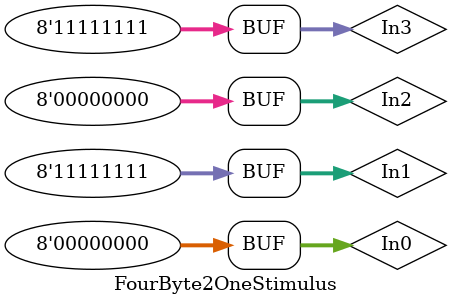
<source format=v>
`timescale 1ns / 1ps


module FourByte2OneStimulus;

	// Inputs
	reg [7:0] In0;
	reg [7:0] In1;
	reg [7:0] In2;
	reg [7:0] In3;

	// Outputs
	wire [7:0] Out;

		
	FourByte2One uut (
		.In0(In0), 
		.In1(In1), 
		.In2(In2), 
		.In3(In3), 
		.Out(Out)
	);

	initial begin
		// Initialize Inputs
		In0 = 0;
		In1 = 0;
		In2 = 0;
		In3 = 0;

		// Wait 100 ns for global reset to finish
		#100;
		
		// Add stimulus here
		#50 
		In0 = 255;
		In1 = 0;
		In2 = 255;
		In3 = 0;
      
		#50
		In0 = 0;
		In1 = 255;
		In2 = 0;
		In3 = 255;
		

	end
      
	initial begin
		$monitor("O=%d,I0=%d,I=%d1,I2=%d,I3=%d",Out, In0, In1, In2, In3);
	end 
		
		
endmodule


</source>
